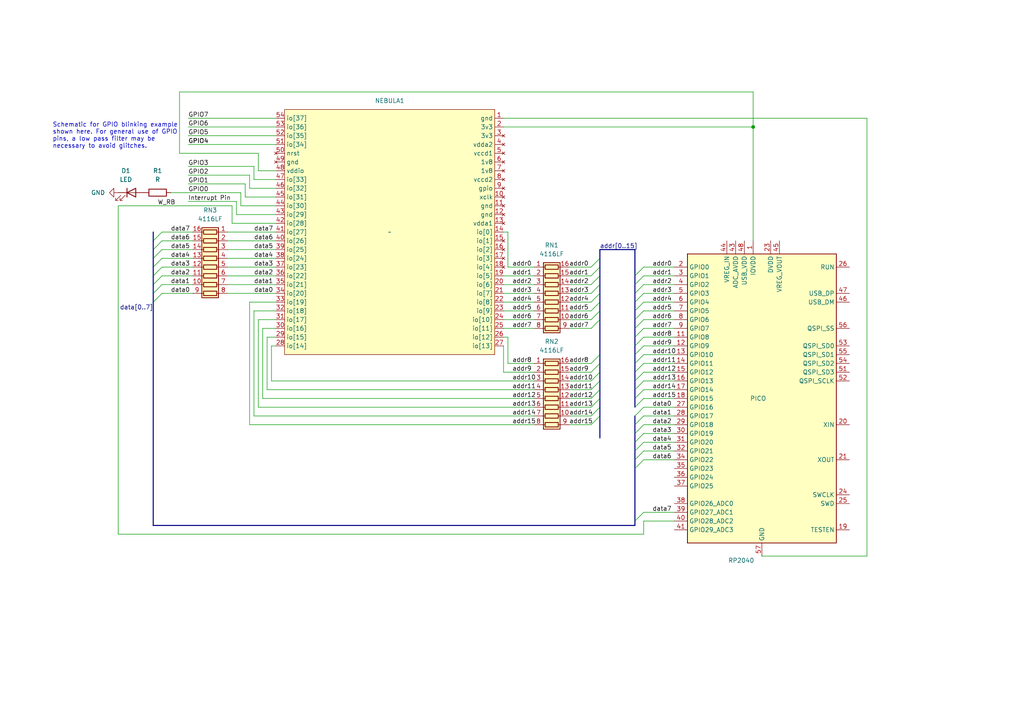
<source format=kicad_sch>
(kicad_sch (version 20230121) (generator eeschema)
  (paper "A4")
  (title_block (title "Z23 Testing Schematic") (rev "1"))
  (lib_symbols
    (symbol "Device:LED" (pin_numbers hide) (pin_names (offset 1.016) hide)
      (property "Reference" "D" (at 0 2.54 0))
      (property "Value" "LED" (at 0 -2.54 0))
      (symbol "LED_0_1"
        (polyline (pts (xy -1.27 -1.27) (xy -1.27 1.27)) (stroke (width 0.254)))
        (polyline (pts (xy -1.27 0) (xy 1.27 0)))
        (polyline (pts (xy 1.27 -1.27) (xy 1.27 1.27) (xy -1.27 0) (xy 1.27 -1.27)) (stroke (width 0.254)))
        (polyline (pts (xy -3.048 -0.762) (xy -4.572 -2.286) (xy -3.81 -2.286) (xy -4.572 -2.286) (xy -4.572 -1.524)))
        (polyline (pts (xy -1.778 -0.762) (xy -3.302 -2.286) (xy -2.54 -2.286) (xy -3.302 -2.286) (xy -3.302 -1.524)))
      )
      (symbol "LED_1_1"
        (pin passive line (at -3.81 0 0) (length 2.54) (name "K") (number "1"))
        (pin passive line (at 3.81 0 180) (length 2.54) (name "A") (number "2"))
      )
    )
    (symbol "Device:R" (pin_numbers hide) (pin_names (offset 0))
      (property "Reference" "R" (at 2.032 0 90))
      (property "Value" "R" (at 0 0 90))
      (symbol "R_0_1"
        (rectangle (start -1.016 -2.54) (end 1.016 2.54) (stroke (width 0.254)))
      )
      (symbol "R_1_1"
        (pin passive line (at 0 3.81 270) (length 1.27) (name "~") (number "1"))
        (pin passive line (at 0 -3.81 90) (length 1.27) (name "~") (number "2"))
      )
    )
    (symbol "Device:R_Pack08" (pin_names (offset 0) hide)
      (property "Reference" "RN" (at -12.7 0 90))
      (property "Value" "R_Pack08" (at 10.16 0 90))
      (symbol "R_Pack08_0_1"
        (rectangle (start -11.43 -2.413) (end 8.89 2.413) (stroke (width 0.254)) (fill (type background)))
        (rectangle (start -10.795 1.905) (end -9.525 -1.905) (stroke (width 0.254)))
        (rectangle (start -8.255 1.905) (end -6.985 -1.905) (stroke (width 0.254)))
        (rectangle (start -5.715 1.905) (end -4.445 -1.905) (stroke (width 0.254)))
        (rectangle (start -3.175 1.905) (end -1.905 -1.905) (stroke (width 0.254)))
        (rectangle (start -0.635 1.905) (end 0.635 -1.905) (stroke (width 0.254)))
        (polyline (pts (xy -10.16 -2.54) (xy -10.16 -1.905)))
        (polyline (pts (xy -10.16 1.905) (xy -10.16 2.54)))
        (polyline (pts (xy -7.62 -2.54) (xy -7.62 -1.905)))
        (polyline (pts (xy -7.62 1.905) (xy -7.62 2.54)))
        (polyline (pts (xy -5.08 -2.54) (xy -5.08 -1.905)))
        (polyline (pts (xy -5.08 1.905) (xy -5.08 2.54)))
        (polyline (pts (xy -2.54 -2.54) (xy -2.54 -1.905)))
        (polyline (pts (xy -2.54 1.905) (xy -2.54 2.54)))
        (polyline (pts (xy 0 -2.54) (xy 0 -1.905)))
        (polyline (pts (xy 0 1.905) (xy 0 2.54)))
        (polyline (pts (xy 2.54 -2.54) (xy 2.54 -1.905)))
        (polyline (pts (xy 2.54 1.905) (xy 2.54 2.54)))
        (polyline (pts (xy 5.08 -2.54) (xy 5.08 -1.905)))
        (polyline (pts (xy 5.08 1.905) (xy 5.08 2.54)))
        (polyline (pts (xy 7.62 -2.54) (xy 7.62 -1.905)))
        (polyline (pts (xy 7.62 1.905) (xy 7.62 2.54)))
        (rectangle (start 1.905 1.905) (end 3.175 -1.905) (stroke (width 0.254)))
        (rectangle (start 4.445 1.905) (end 5.715 -1.905) (stroke (width 0.254)))
        (rectangle (start 6.985 1.905) (end 8.255 -1.905) (stroke (width 0.254)))
      )
      (symbol "R_Pack08_1_1"
        (pin passive line (at -10.16 -5.08 90) (length 2.54) (name "R1.1") (number "1"))
        (pin passive line (at 5.08 5.08 270) (length 2.54) (name "R7.2") (number "10"))
        (pin passive line (at 2.54 5.08 270) (length 2.54) (name "R6.2") (number "11"))
        (pin passive line (at 0 5.08 270) (length 2.54) (name "R5.2") (number "12"))
        (pin passive line (at -2.54 5.08 270) (length 2.54) (name "R4.2") (number "13"))
        (pin passive line (at -5.08 5.08 270) (length 2.54) (name "R3.2") (number "14"))
        (pin passive line (at -7.62 5.08 270) (length 2.54) (name "R2.2") (number "15"))
        (pin passive line (at -10.16 5.08 270) (length 2.54) (name "R1.2") (number "16"))
        (pin passive line (at -7.62 -5.08 90) (length 2.54) (name "R2.1") (number "2"))
        (pin passive line (at -5.08 -5.08 90) (length 2.54) (name "R3.1") (number "3"))
        (pin passive line (at -2.54 -5.08 90) (length 2.54) (name "R4.1") (number "4"))
        (pin passive line (at 0 -5.08 90) (length 2.54) (name "R5.1") (number "5"))
        (pin passive line (at 2.54 -5.08 90) (length 2.54) (name "R6.1") (number "6"))
        (pin passive line (at 5.08 -5.08 90) (length 2.54) (name "R7.1") (number "7"))
        (pin passive line (at 7.62 -5.08 90) (length 2.54) (name "R8.1") (number "8"))
        (pin passive line (at 7.62 5.08 270) (length 2.54) (name "R8.2") (number "9"))
      )
    )
    (symbol "MCU_RaspberryPi:RP2040"
      (property "Reference" "U" (at 17.78 45.72 0))
      (property "Value" "RP2040" (at 17.78 43.18 0))
      (symbol "RP2040_0_1"
        (rectangle (start -21.59 41.91) (end 21.59 -41.91) (stroke (width 0.254)) (fill (type background)))
      )
      (symbol "RP2040_1_1"
        (pin power_in line (at 2.54 45.72 270) (length 3.81) (name "IOVDD") (number "1"))
        (pin passive line (at 2.54 45.72 270) (length 3.81) hide (name "IOVDD") (number "10"))
        (pin bidirectional line (at 25.4 17.78 180) (length 3.81) (name "GPIO8") (number "11"))
        (pin bidirectional line (at 25.4 15.24 180) (length 3.81) (name "GPIO9") (number "12"))
        (pin bidirectional line (at 25.4 12.7 180) (length 3.81) (name "GPIO10") (number "13"))
        (pin bidirectional line (at 25.4 10.16 180) (length 3.81) (name "GPIO11") (number "14"))
        (pin bidirectional line (at 25.4 7.62 180) (length 3.81) (name "GPIO12") (number "15"))
        (pin bidirectional line (at 25.4 5.08 180) (length 3.81) (name "GPIO13") (number "16"))
        (pin bidirectional line (at 25.4 2.54 180) (length 3.81) (name "GPIO14") (number "17"))
        (pin bidirectional line (at 25.4 0 180) (length 3.81) (name "GPIO15") (number "18"))
        (pin input line (at -25.4 -38.1 0) (length 3.81) (name "TESTEN") (number "19"))
        (pin bidirectional line (at 25.4 38.1 180) (length 3.81) (name "GPIO0") (number "2"))
        (pin input line (at -25.4 -7.62 0) (length 3.81) (name "XIN") (number "20"))
        (pin passive line (at -25.4 -17.78 0) (length 3.81) (name "XOUT") (number "21"))
        (pin passive line (at 2.54 45.72 270) (length 3.81) hide (name "IOVDD") (number "22"))
        (pin power_in line (at -2.54 45.72 270) (length 3.81) (name "DVDD") (number "23"))
        (pin input line (at -25.4 -27.94 0) (length 3.81) (name "SWCLK") (number "24"))
        (pin bidirectional line (at -25.4 -30.48 0) (length 3.81) (name "SWD") (number "25"))
        (pin input line (at -25.4 38.1 0) (length 3.81) (name "RUN") (number "26"))
        (pin bidirectional line (at 25.4 -2.54 180) (length 3.81) (name "GPIO16") (number "27"))
        (pin bidirectional line (at 25.4 -5.08 180) (length 3.81) (name "GPIO17") (number "28"))
        (pin bidirectional line (at 25.4 -7.62 180) (length 3.81) (name "GPIO18") (number "29"))
        (pin bidirectional line (at 25.4 35.56 180) (length 3.81) (name "GPIO1") (number "3"))
        (pin bidirectional line (at 25.4 -10.16 180) (length 3.81) (name "GPIO19") (number "30"))
        (pin bidirectional line (at 25.4 -12.7 180) (length 3.81) (name "GPIO20") (number "31"))
        (pin bidirectional line (at 25.4 -15.24 180) (length 3.81) (name "GPIO21") (number "32"))
        (pin passive line (at 2.54 45.72 270) (length 3.81) hide (name "IOVDD") (number "33"))
        (pin bidirectional line (at 25.4 -17.78 180) (length 3.81) (name "GPIO22") (number "34"))
        (pin bidirectional line (at 25.4 -20.32 180) (length 3.81) (name "GPIO23") (number "35"))
        (pin bidirectional line (at 25.4 -22.86 180) (length 3.81) (name "GPIO24") (number "36"))
        (pin bidirectional line (at 25.4 -25.4 180) (length 3.81) (name "GPIO25") (number "37"))
        (pin bidirectional line (at 25.4 -30.48 180) (length 3.81) (name "GPIO26_ADC0") (number "38"))
        (pin bidirectional line (at 25.4 -33.02 180) (length 3.81) (name "GPIO27_ADC1") (number "39"))
        (pin bidirectional line (at 25.4 33.02 180) (length 3.81) (name "GPIO2") (number "4"))
        (pin bidirectional line (at 25.4 -35.56 180) (length 3.81) (name "GPIO28_ADC2") (number "40"))
        (pin bidirectional line (at 25.4 -38.1 180) (length 3.81) (name "GPIO29_ADC3") (number "41"))
        (pin passive line (at 2.54 45.72 270) (length 3.81) hide (name "IOVDD") (number "42"))
        (pin power_in line (at 7.62 45.72 270) (length 3.81) (name "ADC_AVDD") (number "43"))
        (pin power_in line (at 10.16 45.72 270) (length 3.81) (name "VREG_IN") (number "44"))
        (pin power_out line (at -5.08 45.72 270) (length 3.81) (name "VREG_VOUT") (number "45"))
        (pin bidirectional line (at -25.4 27.94 0) (length 3.81) (name "USB_DM") (number "46"))
        (pin bidirectional line (at -25.4 30.48 0) (length 3.81) (name "USB_DP") (number "47"))
        (pin power_in line (at 5.08 45.72 270) (length 3.81) (name "USB_VDD") (number "48"))
        (pin passive line (at 2.54 45.72 270) (length 3.81) hide (name "IOVDD") (number "49"))
        (pin bidirectional line (at 25.4 30.48 180) (length 3.81) (name "GPIO3") (number "5"))
        (pin passive line (at -2.54 45.72 270) (length 3.81) hide (name "DVDD") (number "50"))
        (pin bidirectional line (at -25.4 7.62 0) (length 3.81) (name "QSPI_SD3") (number "51"))
        (pin output line (at -25.4 5.08 0) (length 3.81) (name "QSPI_SCLK") (number "52"))
        (pin bidirectional line (at -25.4 15.24 0) (length 3.81) (name "QSPI_SD0") (number "53"))
        (pin bidirectional line (at -25.4 10.16 0) (length 3.81) (name "QSPI_SD2") (number "54"))
        (pin bidirectional line (at -25.4 12.7 0) (length 3.81) (name "QSPI_SD1") (number "55"))
        (pin bidirectional line (at -25.4 20.32 0) (length 3.81) (name "QSPI_SS") (number "56"))
        (pin power_in line (at 0 -45.72 90) (length 3.81) (name "GND") (number "57"))
        (pin bidirectional line (at 25.4 27.94 180) (length 3.81) (name "GPIO4") (number "6"))
        (pin bidirectional line (at 25.4 25.4 180) (length 3.81) (name "GPIO5") (number "7"))
        (pin bidirectional line (at 25.4 22.86 180) (length 3.81) (name "GPIO6") (number "8"))
        (pin bidirectional line (at 25.4 20.32 180) (length 3.81) (name "GPIO7") (number "9"))
      )
    )
    (symbol "Triac_Thyristor:NEBULA_1"
      (property "Reference" "NEBULA1" (at 0 0 0))
      (symbol "NEBULA_1_0_0"
        (pin input line (at 33.02 33.02 180) (length 2.54) (name "gnd") (number "1"))
        (pin no_connect line (at 33.02 10.16 180) (length 2.54) (name "xclk") (number "10"))
        (pin no_connect line (at 33.02 7.62 180) (length 2.54) (name "gnd") (number "11"))
        (pin no_connect line (at 33.02 5.08 180) (length 2.54) (name "gnd") (number "12"))
        (pin no_connect line (at 33.02 2.54 180) (length 2.54) (name "vdda1") (number "13"))
        (pin output line (at 33.02 0 180) (length 2.54) (name "io[0]") (number "14"))
        (pin no_connect line (at 33.02 -2.54 180) (length 2.54) (name "io[1]") (number "15"))
        (pin no_connect line (at 33.02 -5.08 180) (length 2.54) (name "io[2]") (number "16"))
        (pin no_connect line (at 33.02 -7.62 180) (length 2.54) (name "io[3]") (number "17"))
        (pin no_connect line (at 33.02 -10.16 180) (length 2.54) (name "io[4]") (number "18"))
        (pin output line (at 33.02 -12.7 180) (length 2.54) (name "io[5]") (number "19"))
        (pin input line (at 33.02 30.48 180) (length 2.54) (name "3v3") (number "2"))
        (pin output line (at 33.02 -15.24 180) (length 2.54) (name "io[6]") (number "20"))
        (pin output line (at 33.02 -17.78 180) (length 2.54) (name "io[7]") (number "21"))
        (pin output line (at 33.02 -20.32 180) (length 2.54) (name "io[8]") (number "22"))
        (pin output line (at 33.02 -22.86 180) (length 2.54) (name "io[9]") (number "23"))
        (pin output line (at 33.02 -25.4 180) (length 2.54) (name "io[10]") (number "24"))
        (pin output line (at 33.02 -27.94 180) (length 2.54) (name "io[11]") (number "25"))
        (pin output line (at 33.02 -30.48 180) (length 2.54) (name "io[12]") (number "26"))
        (pin output line (at 33.02 -33.02 180) (length 2.54) (name "io[13]") (number "27"))
        (pin output line (at -33.02 -33.02 0) (length 2.54) (name "io[14]") (number "28"))
        (pin output line (at -33.02 -30.48 0) (length 2.54) (name "io[15]") (number "29"))
        (pin no_connect line (at 33.02 27.94 180) (length 2.54) (name "3v3") (number "3"))
        (pin output line (at -33.02 -27.94 0) (length 2.54) (name "io[16]") (number "30"))
        (pin output line (at -33.02 -25.4 0) (length 2.54) (name "io[17]") (number "31"))
        (pin output line (at -33.02 -22.86 0) (length 2.54) (name "io[18]") (number "32"))
        (pin output line (at -33.02 -20.32 0) (length 2.54) (name "io[19]") (number "33"))
        (pin output line (at -33.02 -17.78 0) (length 2.54) (name "io[20]") (number "34"))
        (pin bidirectional line (at -33.02 -15.24 0) (length 2.54) (name "io[21]") (number "35"))
        (pin bidirectional line (at -33.02 -12.7 0) (length 2.54) (name "io[22]") (number "36"))
        (pin bidirectional line (at -33.02 -10.16 0) (length 2.54) (name "io[23]") (number "37"))
        (pin bidirectional line (at -33.02 -7.62 0) (length 2.54) (name "io[24]") (number "38"))
        (pin bidirectional line (at -33.02 -5.08 0) (length 2.54) (name "io[25]") (number "39"))
        (pin no_connect line (at 33.02 25.4 180) (length 2.54) (name "vdda2") (number "4"))
        (pin bidirectional line (at -33.02 -2.54 0) (length 2.54) (name "io[26]") (number "40"))
        (pin bidirectional line (at -33.02 0 0) (length 2.54) (name "io[27]") (number "41"))
        (pin bidirectional line (at -33.02 2.54 0) (length 2.54) (name "io[28]") (number "42"))
        (pin input line (at -33.02 5.08 0) (length 2.54) (name "io[29]") (number "43"))
        (pin bidirectional line (at -33.02 7.62 0) (length 2.54) (name "io[30]") (number "44"))
        (pin bidirectional line (at -33.02 10.16 0) (length 2.54) (name "io[31]") (number "45"))
        (pin bidirectional line (at -33.02 12.7 0) (length 2.54) (name "io[32]") (number "46"))
        (pin bidirectional line (at -33.02 15.24 0) (length 2.54) (name "io[33]") (number "47"))
        (pin input line (at -33.02 17.78 0) (length 2.54) (name "vddio") (number "48"))
        (pin no_connect line (at -33.02 20.32 0) (length 2.54) (name "gnd") (number "49"))
        (pin no_connect line (at 33.02 22.86 180) (length 2.54) (name "vccd1") (number "5"))
        (pin no_connect line (at -33.02 22.86 0) (length 2.54) (name "nrst") (number "50"))
        (pin bidirectional line (at -33.02 25.4 0) (length 2.54) (name "io[34]") (number "51"))
        (pin bidirectional line (at -33.02 27.94 0) (length 2.54) (name "io[35]") (number "52"))
        (pin bidirectional line (at -33.02 30.48 0) (length 2.54) (name "io[36]") (number "53"))
        (pin bidirectional line (at -33.02 33.02 0) (length 2.54) (name "io[37]") (number "54"))
        (pin no_connect line (at 33.02 20.32 180) (length 2.54) (name "1v8") (number "6"))
        (pin no_connect line (at 33.02 17.78 180) (length 2.54) (name "1v8") (number "7"))
        (pin no_connect line (at 33.02 15.24 180) (length 2.54) (name "vccd2") (number "8"))
        (pin no_connect line (at 33.02 12.7 180) (length 2.54) (name "gpio") (number "9"))
      )
      (symbol "NEBULA_1_1_1"
        (rectangle (start -30.48 35.56) (end 30.48 -35.56) (fill (type background)))
      )
    )
    (symbol "power:GND" (power) (pin_names (offset 0))
      (property "Value" "GND" (at 0 -3.81 0))
      (symbol "GND_0_1"
        (polyline (pts (xy 0 0) (xy 0 -1.27) (xy 1.27 -1.27) (xy 0 -2.54) (xy -1.27 -1.27) (xy 0 -1.27)))
      )
      (symbol "GND_1_1"
        (pin power_in line (at 0 0 270) (length 0) hide (name "GND") (number "1"))
      )
    )
  )
  (junction (at 218.44 36.83))
  (bus_entry (at 173.99 107.95) (size -2.54 2.54))
  (bus_entry (at 184.15 133.35) (size 2.54 -2.54))
  (bus_entry (at 184.15 105.41) (size 2.54 -2.54))
  (bus_entry (at 184.15 128.27) (size 2.54 -2.54))
  (bus_entry (at 44.45 82.55) (size 2.54 -2.54))
  (bus_entry (at 184.15 113.03) (size 2.54 -2.54))
  (bus_entry (at 44.45 80.01) (size 2.54 -2.54))
  (bus_entry (at 184.15 82.55) (size 2.54 -2.54))
  (bus_entry (at 184.15 118.11) (size 2.54 -2.54))
  (bus_entry (at 173.99 92.71) (size -2.54 2.54))
  (bus_entry (at 173.99 74.93) (size -2.54 2.54))
  (bus_entry (at 173.99 102.87) (size -2.54 2.54))
  (bus_entry (at 173.99 82.55) (size -2.54 2.54))
  (bus_entry (at 173.99 118.11) (size -2.54 2.54))
  (bus_entry (at 184.15 110.49) (size 2.54 -2.54))
  (bus_entry (at 184.15 87.63) (size 2.54 -2.54))
  (bus_entry (at 184.15 125.73) (size 2.54 -2.54))
  (bus_entry (at 173.99 120.65) (size -2.54 2.54))
  (bus_entry (at 184.15 90.17) (size 2.54 -2.54))
  (bus_entry (at 44.45 72.39) (size 2.54 -2.54))
  (bus_entry (at 44.45 74.93) (size 2.54 -2.54))
  (bus_entry (at 184.15 151.13) (size 2.54 -2.54))
  (bus_entry (at 173.99 87.63) (size -2.54 2.54))
  (bus_entry (at 173.99 115.57) (size -2.54 2.54))
  (bus_entry (at 184.15 102.87) (size 2.54 -2.54))
  (bus_entry (at 173.99 85.09) (size -2.54 2.54))
  (bus_entry (at 184.15 115.57) (size 2.54 -2.54))
  (bus_entry (at 44.45 77.47) (size 2.54 -2.54))
  (bus_entry (at 44.45 69.85) (size 2.54 -2.54))
  (bus_entry (at 184.15 80.01) (size 2.54 -2.54))
  (bus_entry (at 173.99 113.03) (size -2.54 2.54))
  (bus_entry (at 173.99 80.01) (size -2.54 2.54))
  (bus_entry (at 184.15 100.33) (size 2.54 -2.54))
  (bus_entry (at 173.99 90.17) (size -2.54 2.54))
  (bus_entry (at 44.45 85.09) (size 2.54 -2.54))
  (bus_entry (at 184.15 92.71) (size 2.54 -2.54))
  (bus_entry (at 173.99 77.47) (size -2.54 2.54))
  (bus_entry (at 184.15 97.79) (size 2.54 -2.54))
  (bus_entry (at 184.15 95.25) (size 2.54 -2.54))
  (bus_entry (at 44.45 87.63) (size 2.54 -2.54))
  (bus_entry (at 184.15 107.95) (size 2.54 -2.54))
  (bus_entry (at 184.15 130.81) (size 2.54 -2.54))
  (bus_entry (at 184.15 85.09) (size 2.54 -2.54))
  (bus_entry (at 173.99 105.41) (size -2.54 2.54))
  (bus_entry (at 184.15 120.65) (size 2.54 -2.54))
  (bus_entry (at 184.15 135.89) (size 2.54 -2.54))
  (bus_entry (at 173.99 110.49) (size -2.54 2.54))
  (bus_entry (at 184.15 123.19) (size 2.54 -2.54))
  (bus (pts (xy 184.15 133.35) (xy 184.15 135.89)))
  (wire (pts (xy 186.69 85.09) (xy 195.58 85.09)))
  (wire (pts (xy 74.93 49.53) (xy 74.93 44.45)))
  (wire (pts (xy 186.69 148.59) (xy 195.58 148.59)))
  (wire (pts (xy 146.05 92.71) (xy 154.94 92.71)))
  (bus (pts (xy 184.15 92.71) (xy 184.15 95.25)))
  (wire (pts (xy 147.32 67.31) (xy 147.32 77.47)))
  (wire (pts (xy 76.2 115.57) (xy 154.94 115.57)))
  (wire (pts (xy 186.69 100.33) (xy 195.58 100.33)))
  (wire (pts (xy 146.05 87.63) (xy 154.94 87.63)))
  (wire (pts (xy 186.69 82.55) (xy 195.58 82.55)))
  (wire (pts (xy 186.69 113.03) (xy 195.58 113.03)))
  (wire (pts (xy 46.99 77.47) (xy 55.88 77.47)))
  (wire (pts (xy 80.01 92.71) (xy 74.93 92.71)))
  (wire (pts (xy 165.1 92.71) (xy 171.45 92.71)))
  (bus (pts (xy 173.99 72.39) (xy 184.15 72.39)))
  (wire (pts (xy 66.04 67.31) (xy 80.01 67.31)))
  (bus (pts (xy 44.45 80.01) (xy 44.45 82.55)))
  (bus (pts (xy 184.15 100.33) (xy 184.15 102.87)))
  (bus (pts (xy 44.45 72.39) (xy 44.45 74.93)))
  (wire (pts (xy 165.1 120.65) (xy 171.45 120.65)))
  (wire (pts (xy 46.99 85.09) (xy 55.88 85.09)))
  (wire (pts (xy 54.61 48.26) (xy 73.66 48.26)))
  (wire (pts (xy 146.05 107.95) (xy 154.94 107.95)))
  (bus (pts (xy 173.99 120.65) (xy 173.99 127)))
  (bus (pts (xy 173.99 115.57) (xy 173.99 118.11)))
  (bus (pts (xy 173.99 92.71) (xy 173.99 102.87)))
  (wire (pts (xy 186.69 151.13) (xy 195.58 151.13)))
  (wire (pts (xy 186.69 97.79) (xy 195.58 97.79)))
  (wire (pts (xy 80.01 52.07) (xy 73.66 52.07)))
  (wire (pts (xy 49.53 55.88) (xy 69.85 55.88)))
  (wire (pts (xy 77.47 113.03) (xy 154.94 113.03)))
  (wire (pts (xy 54.61 53.34) (xy 71.12 53.34)))
  (bus (pts (xy 184.15 105.41) (xy 184.15 107.95)))
  (wire (pts (xy 34.29 59.69) (xy 34.29 154.94)))
  (bus (pts (xy 184.15 125.73) (xy 184.15 128.27)))
  (wire (pts (xy 165.1 90.17) (xy 171.45 90.17)))
  (wire (pts (xy 165.1 110.49) (xy 171.45 110.49)))
  (wire (pts (xy 186.69 80.01) (xy 195.58 80.01)))
  (wire (pts (xy 66.04 80.01) (xy 80.01 80.01)))
  (wire (pts (xy 165.1 95.25) (xy 171.45 95.25)))
  (wire (pts (xy 146.05 95.25) (xy 154.94 95.25)))
  (wire (pts (xy 66.04 74.93) (xy 80.01 74.93)))
  (wire (pts (xy 80.01 54.61) (xy 72.39 54.61)))
  (wire (pts (xy 165.1 80.01) (xy 171.45 80.01)))
  (wire (pts (xy 165.1 105.41) (xy 171.45 105.41)))
  (wire (pts (xy 146.05 36.83) (xy 218.44 36.83)))
  (bus (pts (xy 184.15 82.55) (xy 184.15 85.09)))
  (wire (pts (xy 251.46 34.29) (xy 146.05 34.29)))
  (wire (pts (xy 34.29 154.94) (xy 186.69 154.94)))
  (bus (pts (xy 44.45 67.31) (xy 44.45 69.85)))
  (bus (pts (xy 184.15 95.25) (xy 184.15 97.79)))
  (wire (pts (xy 80.01 49.53) (xy 74.93 49.53)))
  (bus (pts (xy 173.99 80.01) (xy 173.99 82.55)))
  (wire (pts (xy 146.05 67.31) (xy 147.32 67.31)))
  (bus (pts (xy 173.99 82.55) (xy 173.99 85.09)))
  (wire (pts (xy 80.01 87.63) (xy 72.39 87.63)))
  (wire (pts (xy 73.66 120.65) (xy 154.94 120.65)))
  (bus (pts (xy 184.15 90.17) (xy 184.15 92.71)))
  (bus (pts (xy 44.45 87.63) (xy 44.45 152.4)))
  (wire (pts (xy 146.05 80.01) (xy 154.94 80.01)))
  (wire (pts (xy 218.44 26.67) (xy 218.44 36.83)))
  (bus (pts (xy 44.45 82.55) (xy 44.45 85.09)))
  (bus (pts (xy 173.99 110.49) (xy 173.99 113.03)))
  (wire (pts (xy 66.04 77.47) (xy 80.01 77.47)))
  (bus (pts (xy 184.15 72.39) (xy 184.15 80.01)))
  (wire (pts (xy 78.74 110.49) (xy 154.94 110.49)))
  (bus (pts (xy 184.15 110.49) (xy 184.15 113.03)))
  (bus (pts (xy 184.15 130.81) (xy 184.15 133.35)))
  (wire (pts (xy 46.99 74.93) (xy 55.88 74.93)))
  (wire (pts (xy 46.99 72.39) (xy 55.88 72.39)))
  (bus (pts (xy 173.99 113.03) (xy 173.99 115.57)))
  (wire (pts (xy 165.1 82.55) (xy 171.45 82.55)))
  (wire (pts (xy 186.69 102.87) (xy 195.58 102.87)))
  (bus (pts (xy 173.99 77.47) (xy 173.99 80.01)))
  (bus (pts (xy 184.15 115.57) (xy 184.15 118.11)))
  (wire (pts (xy 186.69 87.63) (xy 195.58 87.63)))
  (wire (pts (xy 73.66 52.07) (xy 73.66 48.26)))
  (wire (pts (xy 54.61 36.83) (xy 80.01 36.83)))
  (wire (pts (xy 54.61 58.42) (xy 68.58 58.42)))
  (wire (pts (xy 186.69 154.94) (xy 186.69 151.13)))
  (wire (pts (xy 71.12 53.34) (xy 71.12 57.15)))
  (wire (pts (xy 186.69 125.73) (xy 195.58 125.73)))
  (bus (pts (xy 184.15 97.79) (xy 184.15 100.33)))
  (bus (pts (xy 173.99 85.09) (xy 173.99 87.63)))
  (bus (pts (xy 173.99 90.17) (xy 173.99 92.71)))
  (wire (pts (xy 146.05 100.33) (xy 146.05 107.95)))
  (wire (pts (xy 218.44 36.83) (xy 218.44 69.85)))
  (wire (pts (xy 80.01 62.23) (xy 68.58 62.23)))
  (bus (pts (xy 184.15 151.13) (xy 184.15 152.4)))
  (bus (pts (xy 173.99 105.41) (xy 173.99 107.95)))
  (wire (pts (xy 251.46 161.29) (xy 251.46 34.29)))
  (bus (pts (xy 44.45 77.47) (xy 44.45 80.01)))
  (bus (pts (xy 184.15 85.09) (xy 184.15 87.63)))
  (wire (pts (xy 165.1 87.63) (xy 171.45 87.63)))
  (wire (pts (xy 74.93 92.71) (xy 74.93 118.11)))
  (bus (pts (xy 184.15 113.03) (xy 184.15 115.57)))
  (bus (pts (xy 44.45 85.09) (xy 44.45 87.63)))
  (wire (pts (xy 186.69 133.35) (xy 195.58 133.35)))
  (wire (pts (xy 74.93 44.45) (xy 52.07 44.45)))
  (wire (pts (xy 80.01 64.77) (xy 67.31 64.77)))
  (wire (pts (xy 78.74 100.33) (xy 78.74 110.49)))
  (wire (pts (xy 66.04 72.39) (xy 80.01 72.39)))
  (wire (pts (xy 66.04 69.85) (xy 80.01 69.85)))
  (bus (pts (xy 184.15 123.19) (xy 184.15 125.73)))
  (wire (pts (xy 165.1 118.11) (xy 171.45 118.11)))
  (bus (pts (xy 173.99 74.93) (xy 173.99 77.47)))
  (bus (pts (xy 44.45 152.4) (xy 184.15 152.4)))
  (bus (pts (xy 184.15 87.63) (xy 184.15 90.17)))
  (wire (pts (xy 146.05 82.55) (xy 154.94 82.55)))
  (bus (pts (xy 44.45 69.85) (xy 44.45 72.39)))
  (wire (pts (xy 52.07 26.67) (xy 218.44 26.67)))
  (bus (pts (xy 173.99 87.63) (xy 173.99 90.17)))
  (wire (pts (xy 147.32 97.79) (xy 147.32 105.41)))
  (wire (pts (xy 67.31 59.69) (xy 34.29 59.69)))
  (wire (pts (xy 186.69 92.71) (xy 195.58 92.71)))
  (wire (pts (xy 54.61 39.37) (xy 80.01 39.37)))
  (wire (pts (xy 165.1 115.57) (xy 171.45 115.57)))
  (wire (pts (xy 80.01 57.15) (xy 71.12 57.15)))
  (wire (pts (xy 186.69 123.19) (xy 195.58 123.19)))
  (bus (pts (xy 184.15 135.89) (xy 184.15 151.13)))
  (wire (pts (xy 77.47 97.79) (xy 77.47 113.03)))
  (wire (pts (xy 220.98 161.29) (xy 251.46 161.29)))
  (wire (pts (xy 186.69 110.49) (xy 195.58 110.49)))
  (wire (pts (xy 54.61 50.8) (xy 72.39 50.8)))
  (wire (pts (xy 69.85 59.69) (xy 69.85 55.88)))
  (wire (pts (xy 80.01 100.33) (xy 78.74 100.33)))
  (wire (pts (xy 186.69 77.47) (xy 195.58 77.47)))
  (wire (pts (xy 165.1 123.19) (xy 171.45 123.19)))
  (wire (pts (xy 74.93 118.11) (xy 154.94 118.11)))
  (wire (pts (xy 186.69 130.81) (xy 195.58 130.81)))
  (bus (pts (xy 184.15 102.87) (xy 184.15 105.41)))
  (wire (pts (xy 165.1 85.09) (xy 171.45 85.09)))
  (bus (pts (xy 173.99 102.87) (xy 173.99 105.41)))
  (wire (pts (xy 165.1 77.47) (xy 171.45 77.47)))
  (wire (pts (xy 186.69 128.27) (xy 195.58 128.27)))
  (wire (pts (xy 80.01 59.69) (xy 69.85 59.69)))
  (wire (pts (xy 52.07 44.45) (xy 52.07 26.67)))
  (wire (pts (xy 76.2 95.25) (xy 76.2 115.57)))
  (wire (pts (xy 67.31 64.77) (xy 67.31 59.69)))
  (wire (pts (xy 72.39 54.61) (xy 72.39 50.8)))
  (bus (pts (xy 173.99 72.39) (xy 173.99 74.93)))
  (wire (pts (xy 186.69 107.95) (xy 195.58 107.95)))
  (bus (pts (xy 184.15 80.01) (xy 184.15 82.55)))
  (wire (pts (xy 80.01 90.17) (xy 73.66 90.17)))
  (wire (pts (xy 146.05 90.17) (xy 154.94 90.17)))
  (wire (pts (xy 66.04 85.09) (xy 80.01 85.09)))
  (bus (pts (xy 184.15 128.27) (xy 184.15 130.81)))
  (wire (pts (xy 186.69 120.65) (xy 195.58 120.65)))
  (bus (pts (xy 44.45 74.93) (xy 44.45 77.47)))
  (wire (pts (xy 46.99 67.31) (xy 55.88 67.31)))
  (bus (pts (xy 184.15 107.95) (xy 184.15 110.49)))
  (wire (pts (xy 68.58 62.23) (xy 68.58 58.42)))
  (bus (pts (xy 184.15 120.65) (xy 184.15 123.19)))
  (wire (pts (xy 147.32 105.41) (xy 154.94 105.41)))
  (wire (pts (xy 73.66 90.17) (xy 73.66 120.65)))
  (wire (pts (xy 165.1 107.95) (xy 171.45 107.95)))
  (wire (pts (xy 46.99 69.85) (xy 55.88 69.85)))
  (wire (pts (xy 80.01 97.79) (xy 77.47 97.79)))
  (wire (pts (xy 66.04 82.55) (xy 80.01 82.55)))
  (wire (pts (xy 186.69 105.41) (xy 195.58 105.41)))
  (wire (pts (xy 186.69 90.17) (xy 195.58 90.17)))
  (wire (pts (xy 46.99 82.55) (xy 55.88 82.55)))
  (wire (pts (xy 165.1 113.03) (xy 171.45 113.03)))
  (wire (pts (xy 146.05 97.79) (xy 147.32 97.79)))
  (wire (pts (xy 46.99 80.01) (xy 55.88 80.01)))
  (wire (pts (xy 80.01 95.25) (xy 76.2 95.25)))
  (wire (pts (xy 186.69 115.57) (xy 195.58 115.57)))
  (wire (pts (xy 54.61 34.29) (xy 80.01 34.29)))
  (wire (pts (xy 72.39 87.63) (xy 72.39 123.19)))
  (wire (pts (xy 54.61 41.91) (xy 80.01 41.91)))
  (wire (pts (xy 146.05 85.09) (xy 154.94 85.09)))
  (wire (pts (xy 147.32 77.47) (xy 154.94 77.47)))
  (wire (pts (xy 72.39 123.19) (xy 154.94 123.19)))
  (wire (pts (xy 186.69 95.25) (xy 195.58 95.25)))
  (bus (pts (xy 173.99 118.11) (xy 173.99 120.65)))
  (wire (pts (xy 186.69 118.11) (xy 195.58 118.11)))
  (bus (pts (xy 173.99 107.95) (xy 173.99 110.49)))
  (text "Schematic for GPIO blinking example\nshown here. For general use of GPIO\npins, a low pass filter may be \nnecessary to avoid glitches." (at 15.24 43.18 0) (effects (font (size 1.27 1.27)) (justify left bottom)))
  (label "addr13" (at 148.59 118.11 0))
  (label "data1" (at 73.66 82.55 0))
  (label "GPIO7" (at 54.61 34.29 0))
  (label "data1" (at 189.23 120.65 0))
  (label "addr7" (at 189.23 95.25 0))
  (label "GPIO6" (at 54.61 36.83 0))
  (label "addr11" (at 148.59 113.03 0))
  (label "addr6" (at 165.1 92.71 0))
  (label "data6" (at 49.53 69.85 0))
  (label "addr8" (at 165.1 105.41 0))
  (label "addr5" (at 148.59 90.17 0))
  (label "addr15" (at 148.59 123.19 0))
  (label "addr2" (at 189.23 82.55 0))
  (label "addr14" (at 165.1 120.65 0))
  (label "addr9" (at 148.59 107.95 0))
  (label "data5" (at 49.53 72.39 0))
  (label "addr8" (at 189.23 97.79 0))
  (label "addr7" (at 148.59 95.25 0))
  (label "addr6" (at 148.59 92.71 0))
  (label "GPIO2" (at 54.61 50.8 0))
  (label "data3" (at 73.66 77.47 0))
  (label "addr2" (at 148.59 82.55 0))
  (label "data5" (at 73.66 72.39 0))
  (label "addr3" (at 165.1 85.09 0))
  (label "addr5" (at 165.1 90.17 0))
  (label "Interrupt Pin" (at 54.61 58.42 0))
  (label "W_RB" (at 45.72 59.69 0))
  (label "GPIO5" (at 54.61 39.37 0))
  (label "data3" (at 189.23 125.73 0))
  (label "data0" (at 73.66 85.09 0))
  (label "data4" (at 49.53 74.93 0))
  (label "data1" (at 49.53 82.55 0))
  (label "data4" (at 73.66 74.93 0))
  (label "addr6" (at 189.23 92.71 0))
  (label "data2" (at 189.23 123.19 0))
  (label "GPIO1" (at 54.61 53.34 0))
  (label "addr5" (at 189.23 90.17 0))
  (label "data2" (at 49.53 80.01 0))
  (label "addr0" (at 148.59 77.47 0))
  (label "data0" (at 49.53 85.09 0))
  (label "addr12" (at 148.59 115.57 0))
  (label "addr10" (at 189.23 102.87 0))
  (label "data6" (at 189.23 133.35 0))
  (label "data6" (at 73.66 69.85 0))
  (label "addr1" (at 165.1 80.01 0))
  (label "addr4" (at 165.1 87.63 0))
  (label "GPIO4" (at 54.61 41.91 0))
  (label "addr14" (at 148.59 120.65 0))
  (label "addr3" (at 189.23 85.09 0))
  (label "addr7" (at 165.1 95.25 0))
  (label "addr12" (at 165.1 115.57 0))
  (label "addr9" (at 165.1 107.95 0))
  (label "addr11" (at 189.23 105.41 0))
  (label "addr8" (at 148.59 105.41 0))
  (label "addr10" (at 165.1 110.49 0))
  (label "addr15" (at 165.1 123.19 0))
  (label "data2" (at 73.66 80.01 0))
  (label "data5" (at 189.23 130.81 0))
  (label "addr4" (at 148.59 87.63 0))
  (label "addr12" (at 189.23 107.95 0))
  (label "addr2" (at 165.1 82.55 0))
  (label "data4" (at 189.23 128.27 0))
  (label "addr11" (at 165.1 113.03 0))
  (label "addr10" (at 148.59 110.49 0))
  (label "data[0..7]" (at 44.45 90.17 180))
  (label "data3" (at 49.53 77.47 0))
  (label "addr0" (at 165.1 77.47 0))
  (label "GPIO0" (at 54.61 55.88 0))
  (label "GPIO4" (at 54.61 41.91 0))
  (label "GPIO3" (at 54.61 48.26 0))
  (label "addr[0..15]" (at 173.99 72.39 0))
  (label "addr14" (at 189.23 113.03 0))
  (label "data7" (at 189.23 148.59 0))
  (label "addr9" (at 189.23 100.33 0))
  (label "addr13" (at 165.1 118.11 0))
  (label "addr1" (at 148.59 80.01 0))
  (label "addr3" (at 148.59 85.09 0))
  (label "addr4" (at 189.23 87.63 0))
  (label "data7" (at 49.53 67.31 0))
  (label "addr15" (at 189.23 115.57 0))
  (label "addr13" (at 189.23 110.49 0))
  (label "data0" (at 189.23 118.11 0))
  (label "addr1" (at 189.23 80.01 0))
  (label "data7" (at 73.66 67.31 0))
  (label "addr0" (at 189.23 77.47 0))
  (symbol (lib_id "Device:R_Pack08") (at 160.02 87.63 270) (unit 1)
    (property "Reference" "RN1" (at 160.02 71.12 90))
    (property "Value" "4116LF" (at 160.02 73.66 90))
  )
  (symbol (lib_id "Device:LED") (at 38.1 55.88 0) (unit 1)
    (property "Reference" "D1" (at 36.5125 49.53 0))
    (property "Value" "LED" (at 36.5125 52.07 0))
  )
  (symbol (lib_id "MCU_RaspberryPi:RP2040") (at 220.98 115.57 0) (mirror y) (unit 1)
    (property "Reference" "PICO" (at 222.25 115.57 0) (effects (justify left)))
    (property "Value" "RP2040" (at 218.7859 162.56 0) (effects (justify left)))
    (property "Footprint" "Package_DFN_QFN:QFN-56-1EP_7x7mm_P0.4mm_EP3.2x3.2mm" (effects hide))
    (property "Datasheet" "https://datasheets.raspberrypi.com/rp2040/rp2040-datasheet.pdf" (effects hide))
  )
  (symbol (lib_id "Device:R_Pack08") (at 160.02 115.57 270) (unit 1)
    (property "Reference" "RN2" (at 160.02 99.06 90))
    (property "Value" "4116LF" (at 160.02 101.6 90))
  )
  (symbol (lib_id "Device:R") (at 45.72 55.88 90) (unit 1)
    (property "Reference" "R1" (at 45.72 49.53 90))
    (property "Value" "R" (at 45.72 52.07 90))
  )
  (symbol (lib_id "Device:R_Pack08") (at 60.96 77.47 90) (mirror x) (unit 1)
    (property "Reference" "RN3" (at 60.96 60.96 90))
    (property "Value" "4116LF" (at 60.96 63.5 90))
  )
  (symbol (lib_id "Triac_Thyristor:NEBULA_1") (at 113.03 67.31 0) (unit 1)
    (property "Reference" "NEBULA1" (at 113.03 29.21 0))
    (property "Value" "~" (at 113.03 67.31 0))
  )
  (symbol (lib_id "power:GND") (at 34.29 55.88 270) (unit 1)
    (property "Reference" "#PWR01" (effects hide))
    (property "Value" "GND" (at 30.48 55.88 90) (effects (justify right)))
  )
)
</source>
